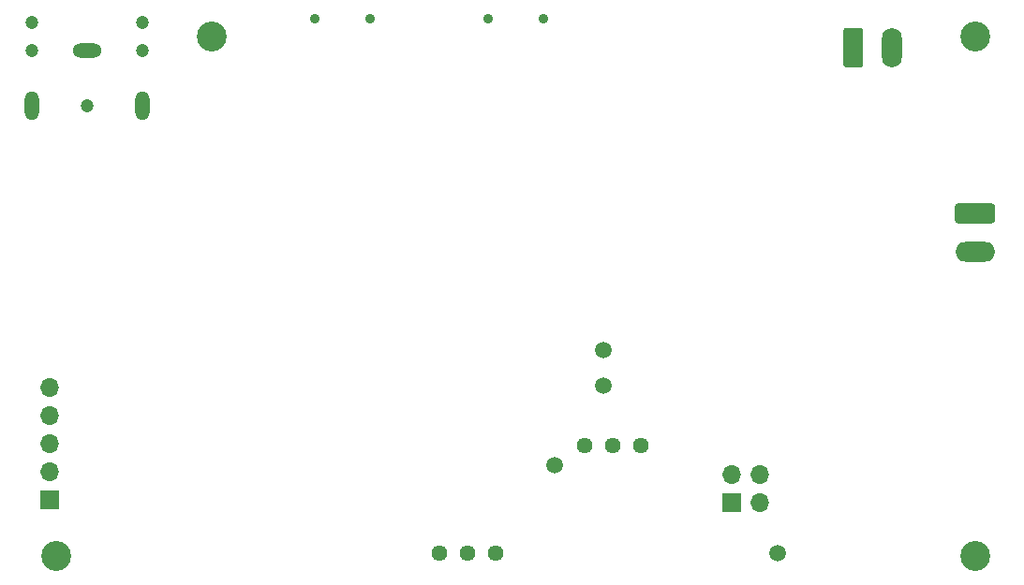
<source format=gbr>
%TF.GenerationSoftware,KiCad,Pcbnew,5.1.10*%
%TF.CreationDate,2021-07-04T17:59:21+02:00*%
%TF.ProjectId,SoundLazer,536f756e-644c-4617-9a65-722e6b696361,rev?*%
%TF.SameCoordinates,Original*%
%TF.FileFunction,Soldermask,Bot*%
%TF.FilePolarity,Negative*%
%FSLAX46Y46*%
G04 Gerber Fmt 4.6, Leading zero omitted, Abs format (unit mm)*
G04 Created by KiCad (PCBNEW 5.1.10) date 2021-07-04 17:59:21*
%MOMM*%
%LPD*%
G01*
G04 APERTURE LIST*
%ADD10C,1.200000*%
%ADD11O,1.308000X2.616000*%
%ADD12O,2.616000X1.308000*%
%ADD13C,0.900000*%
%ADD14R,1.700000X1.700000*%
%ADD15O,1.700000X1.700000*%
%ADD16C,2.700000*%
%ADD17C,1.500000*%
%ADD18O,3.600000X1.800000*%
%ADD19O,1.800000X3.600000*%
%ADD20C,1.440000*%
G04 APERTURE END LIST*
D10*
%TO.C,J1*%
X108750000Y-100250000D03*
X108750000Y-97750000D03*
X113750000Y-105250000D03*
X118750000Y-100250000D03*
X118750000Y-97750000D03*
D11*
X118750000Y-105250000D03*
X108750000Y-105250000D03*
D12*
X113750000Y-100250000D03*
%TD*%
D13*
%TO.C,SW2*%
X134350000Y-97420000D03*
X139350000Y-97420000D03*
%TD*%
D14*
%TO.C,J2*%
X110400000Y-140900000D03*
D15*
X110400000Y-138360000D03*
X110400000Y-135820000D03*
X110400000Y-133280000D03*
X110400000Y-130740000D03*
%TD*%
D16*
%TO.C,H4*%
X111000000Y-146000000D03*
%TD*%
%TO.C,H3*%
X125000000Y-99000000D03*
%TD*%
%TO.C,H2*%
X194000000Y-146000000D03*
%TD*%
%TO.C,H1*%
X194000000Y-99000000D03*
%TD*%
D17*
%TO.C,TP4*%
X156000000Y-137750000D03*
%TD*%
%TO.C,TP3*%
X160400000Y-130600000D03*
%TD*%
%TO.C,TP2*%
X160400000Y-127400000D03*
%TD*%
%TO.C,TP1*%
X176150000Y-145700000D03*
%TD*%
D13*
%TO.C,SW1*%
X155000000Y-97420000D03*
X150000000Y-97420000D03*
%TD*%
%TO.C,J5*%
G36*
G01*
X192450000Y-114100000D02*
X195550000Y-114100000D01*
G75*
G02*
X195800000Y-114350000I0J-250000D01*
G01*
X195800000Y-115650000D01*
G75*
G02*
X195550000Y-115900000I-250000J0D01*
G01*
X192450000Y-115900000D01*
G75*
G02*
X192200000Y-115650000I0J250000D01*
G01*
X192200000Y-114350000D01*
G75*
G02*
X192450000Y-114100000I250000J0D01*
G01*
G37*
D18*
X194000000Y-118500000D03*
%TD*%
%TO.C,J4*%
G36*
G01*
X182100000Y-101550000D02*
X182100000Y-98450000D01*
G75*
G02*
X182350000Y-98200000I250000J0D01*
G01*
X183650000Y-98200000D01*
G75*
G02*
X183900000Y-98450000I0J-250000D01*
G01*
X183900000Y-101550000D01*
G75*
G02*
X183650000Y-101800000I-250000J0D01*
G01*
X182350000Y-101800000D01*
G75*
G02*
X182100000Y-101550000I0J250000D01*
G01*
G37*
D19*
X186500000Y-100000000D03*
%TD*%
D14*
%TO.C,J3*%
X172050000Y-141200000D03*
D15*
X172050000Y-138660000D03*
X174590000Y-141200000D03*
X174590000Y-138660000D03*
%TD*%
D20*
%TO.C,Freq1*%
X150690000Y-145750000D03*
X148150000Y-145750000D03*
X145610000Y-145750000D03*
%TD*%
%TO.C,Duty1*%
X158710000Y-136000000D03*
X161250000Y-136000000D03*
X163790000Y-136000000D03*
%TD*%
M02*

</source>
